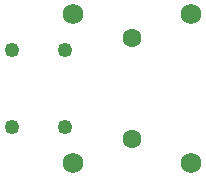
<source format=gbr>
%TF.GenerationSoftware,KiCad,Pcbnew,7.0.6*%
%TF.CreationDate,2023-11-08T16:20:13-08:00*%
%TF.ProjectId,UGC_SubStick,5547435f-5375-4625-9374-69636b2e6b69,rev?*%
%TF.SameCoordinates,Original*%
%TF.FileFunction,Soldermask,Top*%
%TF.FilePolarity,Negative*%
%FSLAX46Y46*%
G04 Gerber Fmt 4.6, Leading zero omitted, Abs format (unit mm)*
G04 Created by KiCad (PCBNEW 7.0.6) date 2023-11-08 16:20:13*
%MOMM*%
%LPD*%
G01*
G04 APERTURE LIST*
%ADD10C,1.750000*%
%ADD11C,1.600000*%
%ADD12C,1.250000*%
G04 APERTURE END LIST*
D10*
%TO.C,SW1*%
X242220512Y-143488671D03*
X242220512Y-156138671D03*
D11*
X247220512Y-145513671D03*
X247220512Y-154113671D03*
D10*
X252220512Y-143488671D03*
X252220512Y-156138671D03*
D12*
X241570512Y-146563671D03*
X241570512Y-153063671D03*
X237070512Y-146563671D03*
X237070512Y-153063671D03*
%TD*%
M02*

</source>
